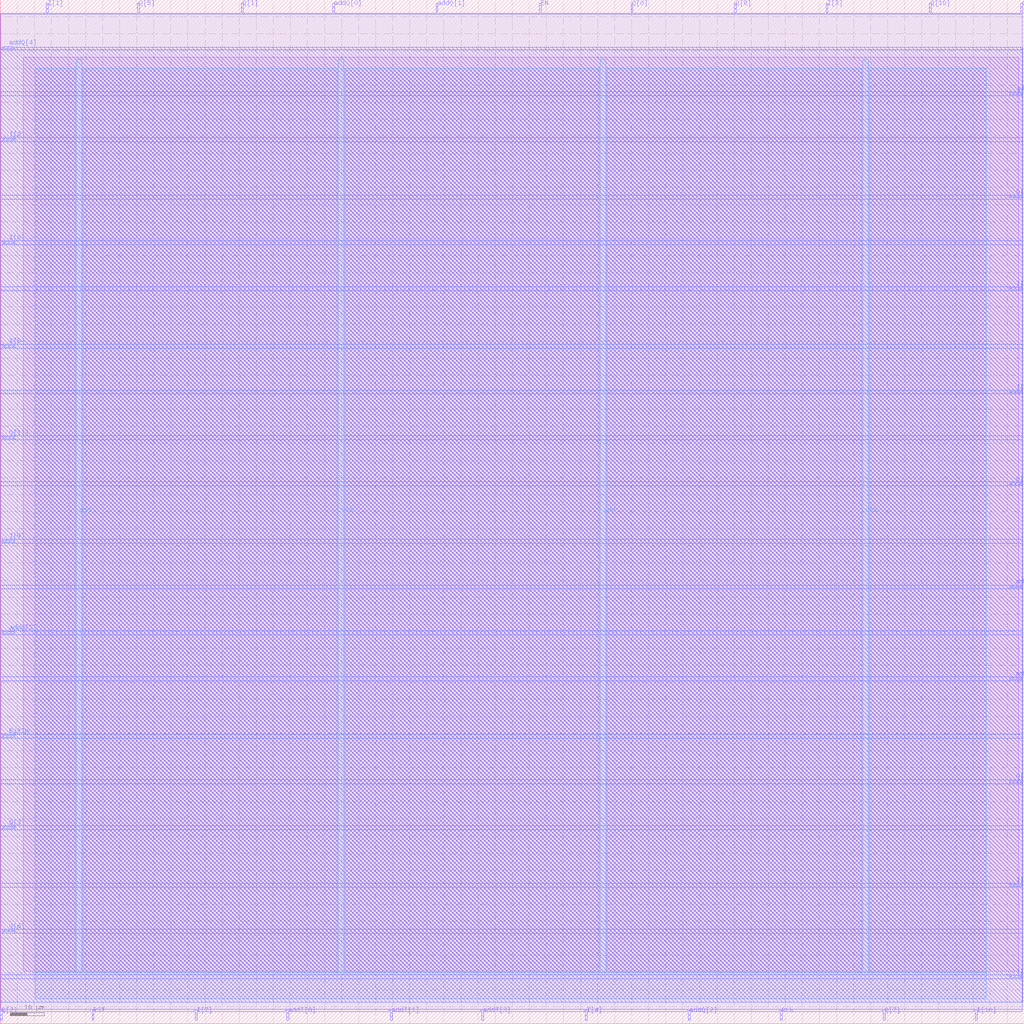
<source format=lef>
VERSION 5.7 ;
  NOWIREEXTENSIONATPIN ON ;
  DIVIDERCHAR "/" ;
  BUSBITCHARS "[]" ;
MACRO OQPSK_PS_RCOSINE2
  CLASS BLOCK ;
  FOREIGN OQPSK_PS_RCOSINE2 ;
  ORIGIN 0.000 0.000 ;
  SIZE 300.000 BY 300.000 ;
  PIN BitIn
    DIRECTION INPUT ;
    USE SIGNAL ;
    PORT
      LAYER Metal3 ;
        RECT 1.000 84.000 4.000 84.560 ;
    END
  END BitIn
  PIN CLK
    DIRECTION INPUT ;
    USE SIGNAL ;
    PORT
      LAYER Metal2 ;
        RECT 228.480 1.000 229.040 4.000 ;
    END
  END CLK
  PIN EN
    DIRECTION INPUT ;
    USE SIGNAL ;
    PORT
      LAYER Metal2 ;
        RECT 157.920 296.000 158.480 299.000 ;
    END
  END EN
  PIN I[0]
    DIRECTION OUTPUT TRISTATE ;
    USE SIGNAL ;
    PORT
      LAYER Metal3 ;
        RECT 1.000 228.480 4.000 229.040 ;
    END
  END I[0]
  PIN I[10]
    DIRECTION OUTPUT TRISTATE ;
    USE SIGNAL ;
    PORT
      LAYER Metal2 ;
        RECT 285.600 1.000 286.160 4.000 ;
    END
  END I[10]
  PIN I[11]
    DIRECTION OUTPUT TRISTATE ;
    USE SIGNAL ;
    PORT
      LAYER Metal3 ;
        RECT 296.000 13.440 299.000 14.000 ;
    END
  END I[11]
  PIN I[12]
    DIRECTION OUTPUT TRISTATE ;
    USE SIGNAL ;
    PORT
      LAYER Metal3 ;
        RECT 296.000 184.800 299.000 185.360 ;
    END
  END I[12]
  PIN I[1]
    DIRECTION OUTPUT TRISTATE ;
    USE SIGNAL ;
    PORT
      LAYER Metal2 ;
        RECT 13.440 296.000 14.000 299.000 ;
    END
  END I[1]
  PIN I[2]
    DIRECTION OUTPUT TRISTATE ;
    USE SIGNAL ;
    PORT
      LAYER Metal3 ;
        RECT 1.000 258.720 4.000 259.280 ;
    END
  END I[2]
  PIN I[3]
    DIRECTION OUTPUT TRISTATE ;
    USE SIGNAL ;
    PORT
      LAYER Metal2 ;
        RECT 241.920 296.000 242.480 299.000 ;
    END
  END I[3]
  PIN I[4]
    DIRECTION OUTPUT TRISTATE ;
    USE SIGNAL ;
    PORT
      LAYER Metal2 ;
        RECT 171.360 1.000 171.920 4.000 ;
    END
  END I[4]
  PIN I[5]
    DIRECTION OUTPUT TRISTATE ;
    USE SIGNAL ;
    PORT
      LAYER Metal3 ;
        RECT 296.000 215.040 299.000 215.600 ;
    END
  END I[5]
  PIN I[6]
    DIRECTION OUTPUT TRISTATE ;
    USE SIGNAL ;
    PORT
      LAYER Metal3 ;
        RECT 296.000 40.320 299.000 40.880 ;
    END
  END I[6]
  PIN I[7]
    DIRECTION OUTPUT TRISTATE ;
    USE SIGNAL ;
    PORT
      LAYER Metal2 ;
        RECT 57.120 1.000 57.680 4.000 ;
    END
  END I[7]
  PIN I[8]
    DIRECTION OUTPUT TRISTATE ;
    USE SIGNAL ;
    PORT
      LAYER Metal3 ;
        RECT 1.000 198.240 4.000 198.800 ;
    END
  END I[8]
  PIN I[9]
    DIRECTION OUTPUT TRISTATE ;
    USE SIGNAL ;
    PORT
      LAYER Metal3 ;
        RECT 1.000 141.120 4.000 141.680 ;
    END
  END I[9]
  PIN Q[0]
    DIRECTION OUTPUT TRISTATE ;
    USE SIGNAL ;
    PORT
      LAYER Metal2 ;
        RECT 184.800 296.000 185.360 299.000 ;
    END
  END Q[0]
  PIN Q[10]
    DIRECTION OUTPUT TRISTATE ;
    USE SIGNAL ;
    PORT
      LAYER Metal2 ;
        RECT 272.160 296.000 272.720 299.000 ;
    END
  END Q[10]
  PIN Q[11]
    DIRECTION OUTPUT TRISTATE ;
    USE SIGNAL ;
    PORT
      LAYER Metal3 ;
        RECT 1.000 171.360 4.000 171.920 ;
    END
  END Q[11]
  PIN Q[12]
    DIRECTION OUTPUT TRISTATE ;
    USE SIGNAL ;
    PORT
      LAYER Metal3 ;
        RECT 296.000 241.920 299.000 242.480 ;
    END
  END Q[12]
  PIN Q[1]
    DIRECTION OUTPUT TRISTATE ;
    USE SIGNAL ;
    PORT
      LAYER Metal2 ;
        RECT 70.560 296.000 71.120 299.000 ;
    END
  END Q[1]
  PIN Q[2]
    DIRECTION OUTPUT TRISTATE ;
    USE SIGNAL ;
    PORT
      LAYER Metal2 ;
        RECT 0.000 1.000 0.560 4.000 ;
    END
  END Q[2]
  PIN Q[3]
    DIRECTION OUTPUT TRISTATE ;
    USE SIGNAL ;
    PORT
      LAYER Metal3 ;
        RECT 1.000 57.120 4.000 57.680 ;
    END
  END Q[3]
  PIN Q[4]
    DIRECTION OUTPUT TRISTATE ;
    USE SIGNAL ;
    PORT
      LAYER Metal3 ;
        RECT 296.000 157.920 299.000 158.480 ;
    END
  END Q[4]
  PIN Q[5]
    DIRECTION OUTPUT TRISTATE ;
    USE SIGNAL ;
    PORT
      LAYER Metal2 ;
        RECT 40.320 296.000 40.880 299.000 ;
    END
  END Q[5]
  PIN Q[6]
    DIRECTION OUTPUT TRISTATE ;
    USE SIGNAL ;
    PORT
      LAYER Metal3 ;
        RECT 1.000 26.880 4.000 27.440 ;
    END
  END Q[6]
  PIN Q[7]
    DIRECTION OUTPUT TRISTATE ;
    USE SIGNAL ;
    PORT
      LAYER Metal2 ;
        RECT 258.720 1.000 259.280 4.000 ;
    END
  END Q[7]
  PIN Q[8]
    DIRECTION OUTPUT TRISTATE ;
    USE SIGNAL ;
    PORT
      LAYER Metal2 ;
        RECT 215.040 296.000 215.600 299.000 ;
    END
  END Q[8]
  PIN Q[9]
    DIRECTION OUTPUT TRISTATE ;
    USE SIGNAL ;
    PORT
      LAYER Metal3 ;
        RECT 296.000 70.560 299.000 71.120 ;
    END
  END Q[9]
  PIN RST
    DIRECTION INPUT ;
    USE SIGNAL ;
    PORT
      LAYER Metal2 ;
        RECT 26.880 1.000 27.440 4.000 ;
    END
  END RST
  PIN addI[0]
    DIRECTION OUTPUT TRISTATE ;
    USE SIGNAL ;
    PORT
      LAYER Metal2 ;
        RECT 84.000 1.000 84.560 4.000 ;
    END
  END addI[0]
  PIN addI[1]
    DIRECTION OUTPUT TRISTATE ;
    USE SIGNAL ;
    PORT
      LAYER Metal2 ;
        RECT 114.240 1.000 114.800 4.000 ;
    END
  END addI[1]
  PIN addI[2]
    DIRECTION OUTPUT TRISTATE ;
    USE SIGNAL ;
    PORT
      LAYER Metal3 ;
        RECT 296.000 100.800 299.000 101.360 ;
    END
  END addI[2]
  PIN addI[3]
    DIRECTION OUTPUT TRISTATE ;
    USE SIGNAL ;
    PORT
      LAYER Metal2 ;
        RECT 141.120 1.000 141.680 4.000 ;
    END
  END addI[3]
  PIN addI[4]
    DIRECTION OUTPUT TRISTATE ;
    USE SIGNAL ;
    PORT
      LAYER Metal3 ;
        RECT 296.000 272.160 299.000 272.720 ;
    END
  END addI[4]
  PIN addI[5]
    DIRECTION OUTPUT TRISTATE ;
    USE SIGNAL ;
    PORT
      LAYER Metal2 ;
        RECT 299.040 296.000 299.600 299.000 ;
    END
  END addI[5]
  PIN addQ[0]
    DIRECTION OUTPUT TRISTATE ;
    USE SIGNAL ;
    PORT
      LAYER Metal2 ;
        RECT 97.440 296.000 98.000 299.000 ;
    END
  END addQ[0]
  PIN addQ[1]
    DIRECTION OUTPUT TRISTATE ;
    USE SIGNAL ;
    PORT
      LAYER Metal2 ;
        RECT 127.680 296.000 128.240 299.000 ;
    END
  END addQ[1]
  PIN addQ[2]
    DIRECTION OUTPUT TRISTATE ;
    USE SIGNAL ;
    PORT
      LAYER Metal2 ;
        RECT 201.600 1.000 202.160 4.000 ;
    END
  END addQ[2]
  PIN addQ[3]
    DIRECTION OUTPUT TRISTATE ;
    USE SIGNAL ;
    PORT
      LAYER Metal3 ;
        RECT 1.000 114.240 4.000 114.800 ;
    END
  END addQ[3]
  PIN addQ[4]
    DIRECTION OUTPUT TRISTATE ;
    USE SIGNAL ;
    PORT
      LAYER Metal3 ;
        RECT 1.000 285.600 4.000 286.160 ;
    END
  END addQ[4]
  PIN addQ[5]
    DIRECTION OUTPUT TRISTATE ;
    USE SIGNAL ;
    PORT
      LAYER Metal3 ;
        RECT 296.000 127.680 299.000 128.240 ;
    END
  END addQ[5]
  PIN vdd
    DIRECTION INOUT ;
    USE POWER ;
    PORT
      LAYER Metal4 ;
        RECT 22.240 15.380 23.840 282.540 ;
    END
    PORT
      LAYER Metal4 ;
        RECT 175.840 15.380 177.440 282.540 ;
    END
  END vdd
  PIN vss
    DIRECTION INOUT ;
    USE GROUND ;
    PORT
      LAYER Metal4 ;
        RECT 99.040 15.380 100.640 282.540 ;
    END
    PORT
      LAYER Metal4 ;
        RECT 252.640 15.380 254.240 282.540 ;
    END
  END vss
  OBS
      LAYER Metal1 ;
        RECT 6.720 15.380 298.390 283.210 ;
      LAYER Metal2 ;
        RECT 0.140 295.700 13.140 296.000 ;
        RECT 14.300 295.700 40.020 296.000 ;
        RECT 41.180 295.700 70.260 296.000 ;
        RECT 71.420 295.700 97.140 296.000 ;
        RECT 98.300 295.700 127.380 296.000 ;
        RECT 128.540 295.700 157.620 296.000 ;
        RECT 158.780 295.700 184.500 296.000 ;
        RECT 185.660 295.700 214.740 296.000 ;
        RECT 215.900 295.700 241.620 296.000 ;
        RECT 242.780 295.700 271.860 296.000 ;
        RECT 273.020 295.700 298.740 296.000 ;
        RECT 0.140 4.300 299.460 295.700 ;
        RECT 0.860 3.500 26.580 4.300 ;
        RECT 27.740 3.500 56.820 4.300 ;
        RECT 57.980 3.500 83.700 4.300 ;
        RECT 84.860 3.500 113.940 4.300 ;
        RECT 115.100 3.500 140.820 4.300 ;
        RECT 141.980 3.500 171.060 4.300 ;
        RECT 172.220 3.500 201.300 4.300 ;
        RECT 202.460 3.500 228.180 4.300 ;
        RECT 229.340 3.500 258.420 4.300 ;
        RECT 259.580 3.500 285.300 4.300 ;
        RECT 286.460 3.500 299.460 4.300 ;
      LAYER Metal3 ;
        RECT 0.090 285.300 0.700 286.020 ;
        RECT 4.300 285.300 299.510 286.020 ;
        RECT 0.090 273.020 299.510 285.300 ;
        RECT 0.090 271.860 295.700 273.020 ;
        RECT 299.300 271.860 299.510 273.020 ;
        RECT 0.090 259.580 299.510 271.860 ;
        RECT 0.090 258.420 0.700 259.580 ;
        RECT 4.300 258.420 299.510 259.580 ;
        RECT 0.090 242.780 299.510 258.420 ;
        RECT 0.090 241.620 295.700 242.780 ;
        RECT 299.300 241.620 299.510 242.780 ;
        RECT 0.090 229.340 299.510 241.620 ;
        RECT 0.090 228.180 0.700 229.340 ;
        RECT 4.300 228.180 299.510 229.340 ;
        RECT 0.090 215.900 299.510 228.180 ;
        RECT 0.090 214.740 295.700 215.900 ;
        RECT 299.300 214.740 299.510 215.900 ;
        RECT 0.090 199.100 299.510 214.740 ;
        RECT 0.090 197.940 0.700 199.100 ;
        RECT 4.300 197.940 299.510 199.100 ;
        RECT 0.090 185.660 299.510 197.940 ;
        RECT 0.090 184.500 295.700 185.660 ;
        RECT 299.300 184.500 299.510 185.660 ;
        RECT 0.090 172.220 299.510 184.500 ;
        RECT 0.090 171.060 0.700 172.220 ;
        RECT 4.300 171.060 299.510 172.220 ;
        RECT 0.090 158.780 299.510 171.060 ;
        RECT 0.090 157.620 295.700 158.780 ;
        RECT 299.300 157.620 299.510 158.780 ;
        RECT 0.090 141.980 299.510 157.620 ;
        RECT 0.090 140.820 0.700 141.980 ;
        RECT 4.300 140.820 299.510 141.980 ;
        RECT 0.090 128.540 299.510 140.820 ;
        RECT 0.090 127.380 295.700 128.540 ;
        RECT 299.300 127.380 299.510 128.540 ;
        RECT 0.090 115.100 299.510 127.380 ;
        RECT 0.090 113.940 0.700 115.100 ;
        RECT 4.300 113.940 299.510 115.100 ;
        RECT 0.090 101.660 299.510 113.940 ;
        RECT 0.090 100.500 295.700 101.660 ;
        RECT 299.300 100.500 299.510 101.660 ;
        RECT 0.090 84.860 299.510 100.500 ;
        RECT 0.090 83.700 0.700 84.860 ;
        RECT 4.300 83.700 299.510 84.860 ;
        RECT 0.090 71.420 299.510 83.700 ;
        RECT 0.090 70.260 295.700 71.420 ;
        RECT 299.300 70.260 299.510 71.420 ;
        RECT 0.090 57.980 299.510 70.260 ;
        RECT 0.090 56.820 0.700 57.980 ;
        RECT 4.300 56.820 299.510 57.980 ;
        RECT 0.090 41.180 299.510 56.820 ;
        RECT 0.090 40.020 295.700 41.180 ;
        RECT 299.300 40.020 299.510 41.180 ;
        RECT 0.090 27.740 299.510 40.020 ;
        RECT 0.090 26.580 0.700 27.740 ;
        RECT 4.300 26.580 299.510 27.740 ;
        RECT 0.090 14.300 299.510 26.580 ;
        RECT 0.090 13.140 295.700 14.300 ;
        RECT 299.300 13.140 299.510 14.300 ;
        RECT 0.090 6.300 299.510 13.140 ;
      LAYER Metal4 ;
        RECT 10.220 15.080 21.940 279.910 ;
        RECT 24.140 15.080 98.740 279.910 ;
        RECT 100.940 15.080 175.540 279.910 ;
        RECT 177.740 15.080 252.340 279.910 ;
        RECT 254.540 15.080 288.820 279.910 ;
        RECT 10.220 7.370 288.820 15.080 ;
  END
END OQPSK_PS_RCOSINE2
END LIBRARY


</source>
